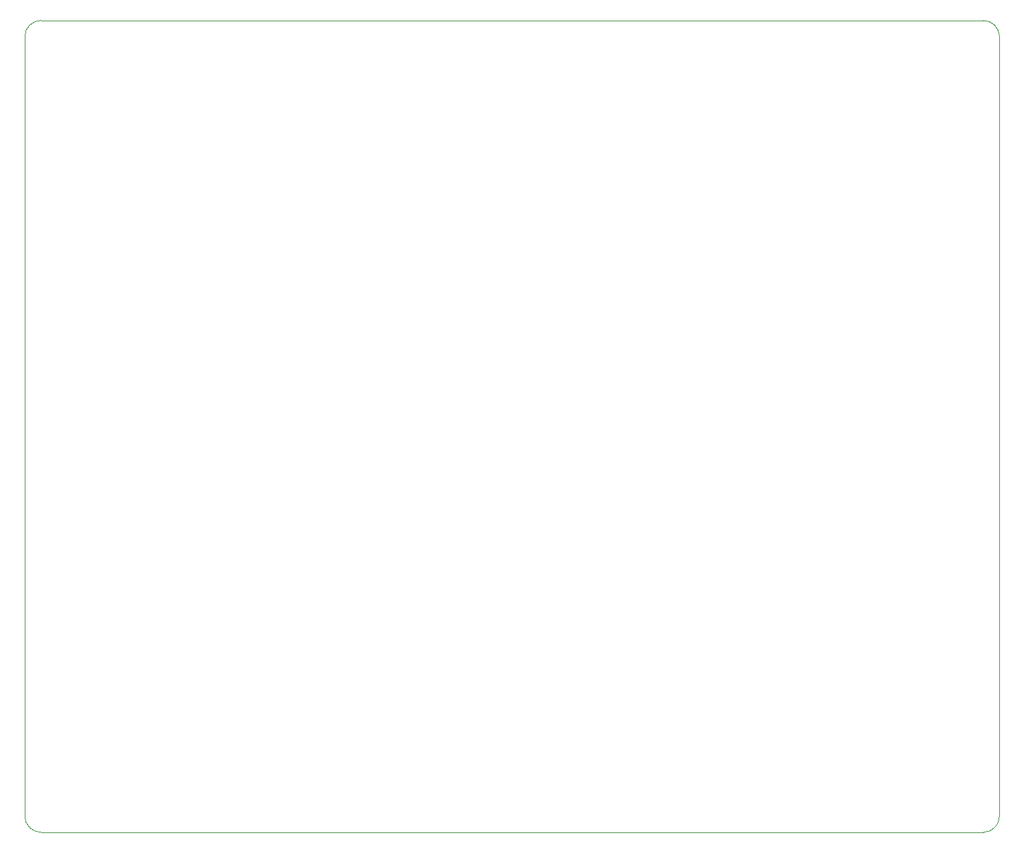
<source format=gm1>
%TF.GenerationSoftware,KiCad,Pcbnew,8.0.2-8.0.2-0~ubuntu24.04.1*%
%TF.CreationDate,2024-05-23T10:48:03+07:00*%
%TF.ProjectId,tugas-akhir,74756761-732d-4616-9b68-69722e6b6963,6*%
%TF.SameCoordinates,Original*%
%TF.FileFunction,Profile,NP*%
%FSLAX46Y46*%
G04 Gerber Fmt 4.6, Leading zero omitted, Abs format (unit mm)*
G04 Created by KiCad (PCBNEW 8.0.2-8.0.2-0~ubuntu24.04.1) date 2024-05-23 10:48:03*
%MOMM*%
%LPD*%
G01*
G04 APERTURE LIST*
%TA.AperFunction,Profile*%
%ADD10C,0.100000*%
%TD*%
G04 APERTURE END LIST*
D10*
X204200000Y-44600000D02*
X204200000Y-140600000D01*
X84200000Y-44600000D02*
G75*
G02*
X86200000Y-42600000I2000000J0D01*
G01*
X86200000Y-42600000D02*
X202200000Y-42600000D01*
X202200000Y-42600000D02*
G75*
G02*
X204200000Y-44600000I0J-2000000D01*
G01*
X86200000Y-142600000D02*
G75*
G02*
X84200000Y-140600000I0J2000000D01*
G01*
X202200000Y-142600000D02*
X86200000Y-142600000D01*
X204200000Y-140600000D02*
G75*
G02*
X202200000Y-142600000I-2000000J0D01*
G01*
X84200000Y-140600000D02*
X84200000Y-44600000D01*
M02*

</source>
